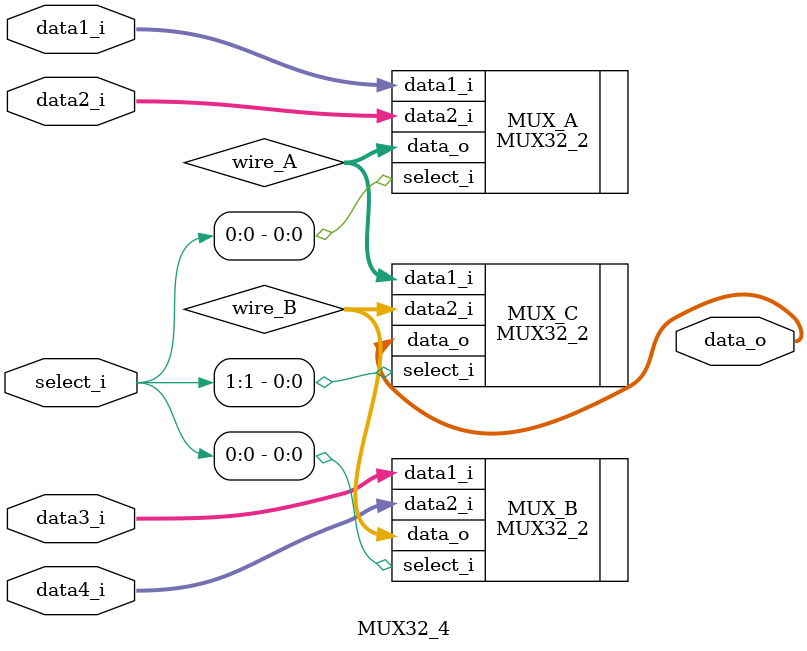
<source format=v>
module MUX32_4
(
    data1_i,
    data2_i,
    data3_i,
    data4_i,
    select_i,
    data_o
);

    parameter width = 32;

    input   [width - 1: 0]     data1_i;
    input   [width - 1: 0]     data2_i;
    input   [width - 1: 0]     data3_i;
    input   [width - 1: 0]     data4_i;
    input   [1: 0]             select_i;
    output  [width - 1: 0]     data_o;

    wire    [width - 1: 0]     wire_A;
    wire    [width - 1: 0]     wire_B;

    MUX32_2 MUX_A(
        .data1_i               (data1_i),
        .data2_i               (data2_i),
        .select_i              (select_i[0]),
        .data_o                (wire_A)
    );

    MUX32_2 MUX_B(
        .data1_i               (data3_i),
        .data2_i               (data4_i),
        .select_i              (select_i[0]),
        .data_o                (wire_B)
    );

    MUX32_2 MUX_C(
        .data1_i               (wire_A),
        .data2_i               (wire_B),
        .select_i              (select_i[1]),
        .data_o                (data_o)
    );

endmodule

</source>
